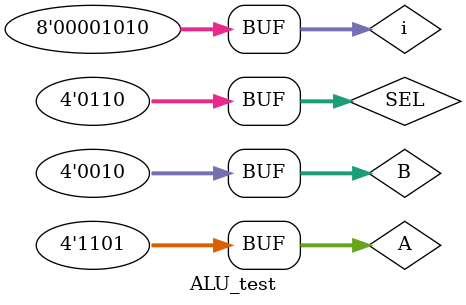
<source format=v>
`timescale 1ns / 1ps


module ALU_test;

reg [3:0] A,B,SEL;
wire [3:0] Y;
wire N,C,Z,V;
reg[7:0] i=4'b0;
ALU alu1(A,B,SEL,N,Z,C,V,Y);

initial begin
A=0;
B=0;
SEL=0;

#100;
A=4'd10;
B=4'd15;
SEL=4'd8;

#100;
A=4'd15;
B=4'd15;
SEL=4'd9;

#100;
A=4'd5;
B=4'd10;
SEL=4'd9;

#100;
A=4'd10;
B=4'd15;
SEL=4'd8;
for (i=1;i<10;i=i+1) begin
  SEL=i;
  A=A+2;
  B=B+3;
  
    #30;
    end

#50;
A=4'd13;
B=4'd2;
SEL=4'd6;

end



endmodule

</source>
